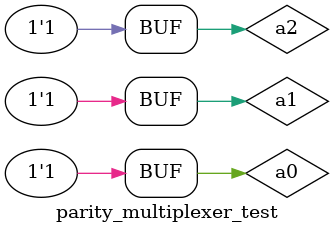
<source format=v>
`timescale 1ns / 1ps


module parity_multiplexer_test;

	// Inputs
	reg a0;
	reg a1;
	reg a2;

	// Outputs
	wire F;

	// Instantiate the Unit Under Test (UUT)
	parity_multiplexer uut (
		.a0(a0), 
		.a1(a1), 
		.a2(a2), 
		.F(F)
	);

	initial begin
		// Initialize Inputs
		a0 = 0;
		a1 = 0;
		a2 = 0;

		// Wait 100 ns for global reset to finish
		#100;
        
		a0 = 1;
		a1 = 0;
		a2 = 0;
		#100;
		
		a0 = 0;
		a1 = 1;
		a2 = 0;
		#100;
		
		a0 = 1;
		a1 = 1;
		a2 = 0;
		#100;
		
		a0 = 0;
		a1 = 0;
		a2 = 1;
		#100;

		a0 = 1;
		a1 = 0;
		a2 = 1;
		#100;

		a0 = 0;
		a1 = 1;
		a2 = 1;
		#100;
		
		a0 = 1;
		a1 = 1;
		a2 = 1;
		#100;

	end
      
endmodule


</source>
